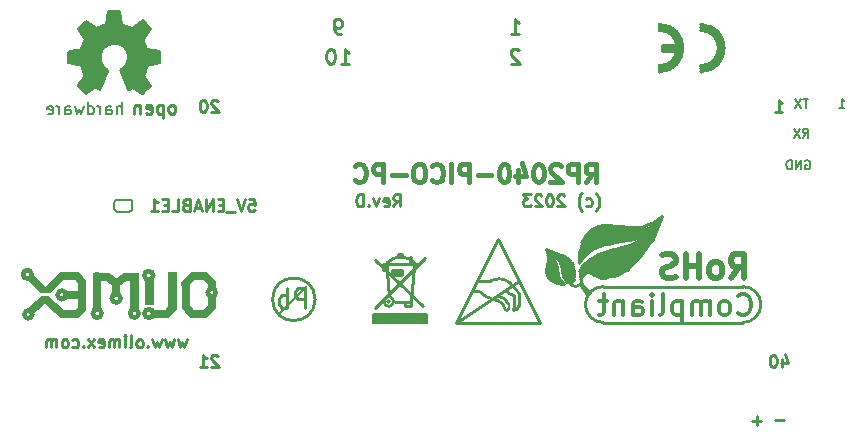
<source format=gbr>
G04 #@! TF.GenerationSoftware,KiCad,Pcbnew,5.1.0-rc2-unknown-036be7d~80~ubuntu16.04.1*
G04 #@! TF.CreationDate,2023-11-01T16:14:12+02:00*
G04 #@! TF.ProjectId,RP2040-PICO-PC_rev_D,52503230-3430-42d5-9049-434f2d50435f,D*
G04 #@! TF.SameCoordinates,Original*
G04 #@! TF.FileFunction,Legend,Bot*
G04 #@! TF.FilePolarity,Positive*
%FSLAX46Y46*%
G04 Gerber Fmt 4.6, Leading zero omitted, Abs format (unit mm)*
G04 Created by KiCad (PCBNEW 5.1.0-rc2-unknown-036be7d~80~ubuntu16.04.1) date 2023-11-01 16:14:12*
%MOMM*%
%LPD*%
G04 APERTURE LIST*
%ADD10C,0.381000*%
%ADD11C,0.254000*%
%ADD12C,0.300000*%
%ADD13C,0.150000*%
%ADD14C,0.152400*%
%ADD15C,0.100000*%
%ADD16C,0.700000*%
%ADD17C,0.400000*%
%ADD18C,0.500000*%
%ADD19C,0.508000*%
%ADD20C,0.127000*%
%ADD21C,0.200000*%
%ADD22C,1.000000*%
%ADD23C,0.370000*%
%ADD24C,0.380000*%
%ADD25C,0.420000*%
%ADD26C,0.190500*%
%ADD27C,0.350000*%
%ADD28C,0.180000*%
G04 APERTURE END LIST*
D10*
X167785142Y-118037428D02*
X168293142Y-117311714D01*
X168656000Y-118037428D02*
X168656000Y-116513428D01*
X168075428Y-116513428D01*
X167930285Y-116586000D01*
X167857714Y-116658571D01*
X167785142Y-116803714D01*
X167785142Y-117021428D01*
X167857714Y-117166571D01*
X167930285Y-117239142D01*
X168075428Y-117311714D01*
X168656000Y-117311714D01*
X167132000Y-118037428D02*
X167132000Y-116513428D01*
X166551428Y-116513428D01*
X166406285Y-116586000D01*
X166333714Y-116658571D01*
X166261142Y-116803714D01*
X166261142Y-117021428D01*
X166333714Y-117166571D01*
X166406285Y-117239142D01*
X166551428Y-117311714D01*
X167132000Y-117311714D01*
X165680571Y-116658571D02*
X165608000Y-116586000D01*
X165462857Y-116513428D01*
X165100000Y-116513428D01*
X164954857Y-116586000D01*
X164882285Y-116658571D01*
X164809714Y-116803714D01*
X164809714Y-116948857D01*
X164882285Y-117166571D01*
X165753142Y-118037428D01*
X164809714Y-118037428D01*
X163866285Y-116513428D02*
X163721142Y-116513428D01*
X163576000Y-116586000D01*
X163503428Y-116658571D01*
X163430857Y-116803714D01*
X163358285Y-117094000D01*
X163358285Y-117456857D01*
X163430857Y-117747142D01*
X163503428Y-117892285D01*
X163576000Y-117964857D01*
X163721142Y-118037428D01*
X163866285Y-118037428D01*
X164011428Y-117964857D01*
X164084000Y-117892285D01*
X164156571Y-117747142D01*
X164229142Y-117456857D01*
X164229142Y-117094000D01*
X164156571Y-116803714D01*
X164084000Y-116658571D01*
X164011428Y-116586000D01*
X163866285Y-116513428D01*
X162052000Y-117021428D02*
X162052000Y-118037428D01*
X162414857Y-116440857D02*
X162777714Y-117529428D01*
X161834285Y-117529428D01*
X160963428Y-116513428D02*
X160818285Y-116513428D01*
X160673142Y-116586000D01*
X160600571Y-116658571D01*
X160528000Y-116803714D01*
X160455428Y-117094000D01*
X160455428Y-117456857D01*
X160528000Y-117747142D01*
X160600571Y-117892285D01*
X160673142Y-117964857D01*
X160818285Y-118037428D01*
X160963428Y-118037428D01*
X161108571Y-117964857D01*
X161181142Y-117892285D01*
X161253714Y-117747142D01*
X161326285Y-117456857D01*
X161326285Y-117094000D01*
X161253714Y-116803714D01*
X161181142Y-116658571D01*
X161108571Y-116586000D01*
X160963428Y-116513428D01*
X159802285Y-117456857D02*
X158641142Y-117456857D01*
X157915428Y-118037428D02*
X157915428Y-116513428D01*
X157334857Y-116513428D01*
X157189714Y-116586000D01*
X157117142Y-116658571D01*
X157044571Y-116803714D01*
X157044571Y-117021428D01*
X157117142Y-117166571D01*
X157189714Y-117239142D01*
X157334857Y-117311714D01*
X157915428Y-117311714D01*
X156391428Y-118037428D02*
X156391428Y-116513428D01*
X154794857Y-117892285D02*
X154867428Y-117964857D01*
X155085142Y-118037428D01*
X155230285Y-118037428D01*
X155448000Y-117964857D01*
X155593142Y-117819714D01*
X155665714Y-117674571D01*
X155738285Y-117384285D01*
X155738285Y-117166571D01*
X155665714Y-116876285D01*
X155593142Y-116731142D01*
X155448000Y-116586000D01*
X155230285Y-116513428D01*
X155085142Y-116513428D01*
X154867428Y-116586000D01*
X154794857Y-116658571D01*
X153851428Y-116513428D02*
X153561142Y-116513428D01*
X153416000Y-116586000D01*
X153270857Y-116731142D01*
X153198285Y-117021428D01*
X153198285Y-117529428D01*
X153270857Y-117819714D01*
X153416000Y-117964857D01*
X153561142Y-118037428D01*
X153851428Y-118037428D01*
X153996571Y-117964857D01*
X154141714Y-117819714D01*
X154214285Y-117529428D01*
X154214285Y-117021428D01*
X154141714Y-116731142D01*
X153996571Y-116586000D01*
X153851428Y-116513428D01*
X152545142Y-117456857D02*
X151384000Y-117456857D01*
X150658285Y-118037428D02*
X150658285Y-116513428D01*
X150077714Y-116513428D01*
X149932571Y-116586000D01*
X149860000Y-116658571D01*
X149787428Y-116803714D01*
X149787428Y-117021428D01*
X149860000Y-117166571D01*
X149932571Y-117239142D01*
X150077714Y-117311714D01*
X150658285Y-117311714D01*
X148263428Y-117892285D02*
X148336000Y-117964857D01*
X148553714Y-118037428D01*
X148698857Y-118037428D01*
X148916571Y-117964857D01*
X149061714Y-117819714D01*
X149134285Y-117674571D01*
X149206857Y-117384285D01*
X149206857Y-117166571D01*
X149134285Y-116876285D01*
X149061714Y-116731142D01*
X148916571Y-116586000D01*
X148698857Y-116513428D01*
X148553714Y-116513428D01*
X148336000Y-116586000D01*
X148263428Y-116658571D01*
D11*
X168637857Y-120480666D02*
X168686238Y-120432285D01*
X168783000Y-120287142D01*
X168831380Y-120190380D01*
X168879761Y-120045238D01*
X168928142Y-119803333D01*
X168928142Y-119609809D01*
X168879761Y-119367904D01*
X168831380Y-119222761D01*
X168783000Y-119126000D01*
X168686238Y-118980857D01*
X168637857Y-118932476D01*
X167815380Y-120045238D02*
X167912142Y-120093619D01*
X168105666Y-120093619D01*
X168202428Y-120045238D01*
X168250809Y-119996857D01*
X168299190Y-119900095D01*
X168299190Y-119609809D01*
X168250809Y-119513047D01*
X168202428Y-119464666D01*
X168105666Y-119416285D01*
X167912142Y-119416285D01*
X167815380Y-119464666D01*
X167476714Y-120480666D02*
X167428333Y-120432285D01*
X167331571Y-120287142D01*
X167283190Y-120190380D01*
X167234809Y-120045238D01*
X167186428Y-119803333D01*
X167186428Y-119609809D01*
X167234809Y-119367904D01*
X167283190Y-119222761D01*
X167331571Y-119126000D01*
X167428333Y-118980857D01*
X167476714Y-118932476D01*
X165976904Y-119174380D02*
X165928523Y-119126000D01*
X165831761Y-119077619D01*
X165589857Y-119077619D01*
X165493095Y-119126000D01*
X165444714Y-119174380D01*
X165396333Y-119271142D01*
X165396333Y-119367904D01*
X165444714Y-119513047D01*
X166025285Y-120093619D01*
X165396333Y-120093619D01*
X164767380Y-119077619D02*
X164670619Y-119077619D01*
X164573857Y-119126000D01*
X164525476Y-119174380D01*
X164477095Y-119271142D01*
X164428714Y-119464666D01*
X164428714Y-119706571D01*
X164477095Y-119900095D01*
X164525476Y-119996857D01*
X164573857Y-120045238D01*
X164670619Y-120093619D01*
X164767380Y-120093619D01*
X164864142Y-120045238D01*
X164912523Y-119996857D01*
X164960904Y-119900095D01*
X165009285Y-119706571D01*
X165009285Y-119464666D01*
X164960904Y-119271142D01*
X164912523Y-119174380D01*
X164864142Y-119126000D01*
X164767380Y-119077619D01*
X164041666Y-119174380D02*
X163993285Y-119126000D01*
X163896523Y-119077619D01*
X163654619Y-119077619D01*
X163557857Y-119126000D01*
X163509476Y-119174380D01*
X163461095Y-119271142D01*
X163461095Y-119367904D01*
X163509476Y-119513047D01*
X164090047Y-120093619D01*
X163461095Y-120093619D01*
X163122428Y-119077619D02*
X162493476Y-119077619D01*
X162832142Y-119464666D01*
X162687000Y-119464666D01*
X162590238Y-119513047D01*
X162541857Y-119561428D01*
X162493476Y-119658190D01*
X162493476Y-119900095D01*
X162541857Y-119996857D01*
X162590238Y-120045238D01*
X162687000Y-120093619D01*
X162977285Y-120093619D01*
X163074047Y-120045238D01*
X163122428Y-119996857D01*
X151498904Y-120093619D02*
X151837571Y-119609809D01*
X152079476Y-120093619D02*
X152079476Y-119077619D01*
X151692428Y-119077619D01*
X151595666Y-119126000D01*
X151547285Y-119174380D01*
X151498904Y-119271142D01*
X151498904Y-119416285D01*
X151547285Y-119513047D01*
X151595666Y-119561428D01*
X151692428Y-119609809D01*
X152079476Y-119609809D01*
X150676428Y-120045238D02*
X150773190Y-120093619D01*
X150966714Y-120093619D01*
X151063476Y-120045238D01*
X151111857Y-119948476D01*
X151111857Y-119561428D01*
X151063476Y-119464666D01*
X150966714Y-119416285D01*
X150773190Y-119416285D01*
X150676428Y-119464666D01*
X150628047Y-119561428D01*
X150628047Y-119658190D01*
X151111857Y-119754952D01*
X150289380Y-119416285D02*
X150047476Y-120093619D01*
X149805571Y-119416285D01*
X149418523Y-119996857D02*
X149370142Y-120045238D01*
X149418523Y-120093619D01*
X149466904Y-120045238D01*
X149418523Y-119996857D01*
X149418523Y-120093619D01*
X148934714Y-120093619D02*
X148934714Y-119077619D01*
X148692809Y-119077619D01*
X148547666Y-119126000D01*
X148450904Y-119222761D01*
X148402523Y-119319523D01*
X148354142Y-119513047D01*
X148354142Y-119658190D01*
X148402523Y-119851714D01*
X148450904Y-119948476D01*
X148547666Y-120045238D01*
X148692809Y-120093619D01*
X148934714Y-120093619D01*
X134015238Y-131354285D02*
X133821714Y-132031619D01*
X133628190Y-131547809D01*
X133434666Y-132031619D01*
X133241142Y-131354285D01*
X132950857Y-131354285D02*
X132757333Y-132031619D01*
X132563809Y-131547809D01*
X132370285Y-132031619D01*
X132176761Y-131354285D01*
X131886476Y-131354285D02*
X131692952Y-132031619D01*
X131499428Y-131547809D01*
X131305904Y-132031619D01*
X131112380Y-131354285D01*
X130725333Y-131934857D02*
X130676952Y-131983238D01*
X130725333Y-132031619D01*
X130773714Y-131983238D01*
X130725333Y-131934857D01*
X130725333Y-132031619D01*
X130096380Y-132031619D02*
X130193142Y-131983238D01*
X130241523Y-131934857D01*
X130289904Y-131838095D01*
X130289904Y-131547809D01*
X130241523Y-131451047D01*
X130193142Y-131402666D01*
X130096380Y-131354285D01*
X129951238Y-131354285D01*
X129854476Y-131402666D01*
X129806095Y-131451047D01*
X129757714Y-131547809D01*
X129757714Y-131838095D01*
X129806095Y-131934857D01*
X129854476Y-131983238D01*
X129951238Y-132031619D01*
X130096380Y-132031619D01*
X129177142Y-132031619D02*
X129273904Y-131983238D01*
X129322285Y-131886476D01*
X129322285Y-131015619D01*
X128790095Y-132031619D02*
X128790095Y-131354285D01*
X128790095Y-131015619D02*
X128838476Y-131064000D01*
X128790095Y-131112380D01*
X128741714Y-131064000D01*
X128790095Y-131015619D01*
X128790095Y-131112380D01*
X128306285Y-132031619D02*
X128306285Y-131354285D01*
X128306285Y-131451047D02*
X128257904Y-131402666D01*
X128161142Y-131354285D01*
X128016000Y-131354285D01*
X127919238Y-131402666D01*
X127870857Y-131499428D01*
X127870857Y-132031619D01*
X127870857Y-131499428D02*
X127822476Y-131402666D01*
X127725714Y-131354285D01*
X127580571Y-131354285D01*
X127483809Y-131402666D01*
X127435428Y-131499428D01*
X127435428Y-132031619D01*
X126564571Y-131983238D02*
X126661333Y-132031619D01*
X126854857Y-132031619D01*
X126951619Y-131983238D01*
X127000000Y-131886476D01*
X127000000Y-131499428D01*
X126951619Y-131402666D01*
X126854857Y-131354285D01*
X126661333Y-131354285D01*
X126564571Y-131402666D01*
X126516190Y-131499428D01*
X126516190Y-131596190D01*
X127000000Y-131692952D01*
X126177523Y-132031619D02*
X125645333Y-131354285D01*
X126177523Y-131354285D02*
X125645333Y-132031619D01*
X125258285Y-131934857D02*
X125209904Y-131983238D01*
X125258285Y-132031619D01*
X125306666Y-131983238D01*
X125258285Y-131934857D01*
X125258285Y-132031619D01*
X124339047Y-131983238D02*
X124435809Y-132031619D01*
X124629333Y-132031619D01*
X124726095Y-131983238D01*
X124774476Y-131934857D01*
X124822857Y-131838095D01*
X124822857Y-131547809D01*
X124774476Y-131451047D01*
X124726095Y-131402666D01*
X124629333Y-131354285D01*
X124435809Y-131354285D01*
X124339047Y-131402666D01*
X123758476Y-132031619D02*
X123855238Y-131983238D01*
X123903619Y-131934857D01*
X123952000Y-131838095D01*
X123952000Y-131547809D01*
X123903619Y-131451047D01*
X123855238Y-131402666D01*
X123758476Y-131354285D01*
X123613333Y-131354285D01*
X123516571Y-131402666D01*
X123468190Y-131451047D01*
X123419809Y-131547809D01*
X123419809Y-131838095D01*
X123468190Y-131934857D01*
X123516571Y-131983238D01*
X123613333Y-132031619D01*
X123758476Y-132031619D01*
X122984380Y-132031619D02*
X122984380Y-131354285D01*
X122984380Y-131451047D02*
X122936000Y-131402666D01*
X122839238Y-131354285D01*
X122694095Y-131354285D01*
X122597333Y-131402666D01*
X122548952Y-131499428D01*
X122548952Y-132031619D01*
X122548952Y-131499428D02*
X122500571Y-131402666D01*
X122403809Y-131354285D01*
X122258666Y-131354285D01*
X122161904Y-131402666D01*
X122113523Y-131499428D01*
X122113523Y-132031619D01*
X174268000Y-106680000D02*
X175518000Y-106680000D01*
X174268000Y-106930000D02*
X175518000Y-106930000D01*
X174268000Y-106430000D02*
X174268000Y-106930000D01*
X175518000Y-106430000D02*
X174268000Y-106430000D01*
X174018000Y-104680000D02*
X174018000Y-105180000D01*
X174018000Y-108680000D02*
G75*
G03X174018000Y-104680000I0J2000000D01*
G01*
X174018000Y-108180000D02*
X174018000Y-108680000D01*
D12*
X174067980Y-108430000D02*
G75*
G03X174068000Y-104930000I-49980J1750000D01*
G01*
D11*
X174018000Y-108180000D02*
G75*
G03X174018000Y-105180000I0J1500000D01*
G01*
D12*
X177567980Y-108430000D02*
G75*
G03X177568000Y-104930000I-49980J1750000D01*
G01*
D11*
X177518000Y-108180000D02*
X177518000Y-108680000D01*
X177518000Y-104680000D02*
X177518000Y-105180000D01*
X177518000Y-108680000D02*
G75*
G03X177518000Y-104680000I0J2000000D01*
G01*
X177518000Y-108180000D02*
G75*
G03X177518000Y-105180000I0J1500000D01*
G01*
X160401000Y-122809000D02*
X163957000Y-129921000D01*
X163957000Y-129921000D02*
X156845000Y-129921000D01*
X156845000Y-129921000D02*
X158178500Y-127254000D01*
X158178500Y-127254000D02*
X158623000Y-126365000D01*
X158623000Y-126365000D02*
X160401000Y-122809000D01*
X162179000Y-126428500D02*
X156845000Y-129921000D01*
X159804100Y-126365000D02*
X158623000Y-126365000D01*
X158178500Y-127254000D02*
X158496000Y-127254000D01*
X161163000Y-128841500D02*
X161010600Y-128841500D01*
X162115500Y-127444500D02*
X162115500Y-128524000D01*
X161671000Y-128841500D02*
X161671000Y-128714500D01*
X161734500Y-128651000D02*
X161734500Y-127635000D01*
X161734500Y-128651000D02*
X161798000Y-128651000D01*
X161798000Y-128651000D02*
G75*
G02X161925000Y-128778000I0J-127000D01*
G01*
X161671000Y-128714500D02*
G75*
G02X161734500Y-128651000I63500J0D01*
G01*
X161732071Y-128907545D02*
G75*
G02X161671000Y-128841500I2429J63505D01*
G01*
X162115500Y-128524000D02*
G75*
G02X161734500Y-128905000I-381000J0D01*
G01*
X161926048Y-127128575D02*
G75*
G02X162115500Y-127444500I-168688J-315925D01*
G01*
X161923549Y-127127142D02*
G75*
G02X161607500Y-126809500I478971J792622D01*
G01*
X161732935Y-127636845D02*
G75*
G02X161036000Y-127190500I153965J1007685D01*
G01*
X161289068Y-128397674D02*
G75*
G02X161290000Y-128714500I-316568J-159346D01*
G01*
X161289967Y-128714600D02*
G75*
G02X161163000Y-128841500I-190467J63600D01*
G01*
X159961275Y-127953493D02*
G75*
G02X160401000Y-128079500I-825195J-3709947D01*
G01*
X160400915Y-128080965D02*
G75*
G02X160972500Y-128841500I-284395J-808795D01*
G01*
X160338708Y-127636166D02*
G75*
G02X161290000Y-128397000I-285688J-1332334D01*
G01*
X159826461Y-127890576D02*
G75*
G02X159004000Y-127444500I147819J1253796D01*
G01*
X158495301Y-127254474D02*
G75*
G02X159004000Y-127444500I64199J-604046D01*
G01*
X160019915Y-126303114D02*
G75*
G02X159804100Y-126365000I-182795J230214D01*
G01*
X160020721Y-126301678D02*
G75*
G02X161607500Y-126809500I466639J-1274902D01*
G01*
D13*
X129159000Y-120523000D02*
X128143000Y-120523000D01*
X129413000Y-119761000D02*
X129413000Y-120269000D01*
X128143000Y-119507000D02*
X129159000Y-119507000D01*
X127889000Y-120269000D02*
X127889000Y-119761000D01*
D14*
X128143000Y-120523000D02*
G75*
G02X127889000Y-120269000I0J254000D01*
G01*
X129413000Y-120269000D02*
G75*
G02X129159000Y-120523000I-254000J0D01*
G01*
X129159000Y-119507000D02*
G75*
G02X129413000Y-119761000I0J-254000D01*
G01*
X127889000Y-119761000D02*
G75*
G02X128143000Y-119507000I254000J0D01*
G01*
D15*
X124726700Y-125679200D02*
X123355100Y-125679200D01*
X123355100Y-125679200D02*
X123304300Y-125679200D01*
X123304300Y-125679200D02*
X122047000Y-126923800D01*
X126250700Y-125793500D02*
X126149100Y-125793500D01*
X126098300Y-125730000D02*
X126098300Y-125717300D01*
X126098300Y-125717300D02*
X127393700Y-125717300D01*
X127393700Y-125717300D02*
X127419100Y-125717300D01*
X127419100Y-125717300D02*
X128041400Y-126212600D01*
X126098300Y-128739900D02*
X126098300Y-125730000D01*
X129755900Y-125780800D02*
X129832100Y-125780800D01*
X129908300Y-125717300D02*
X128663700Y-125717300D01*
X128663700Y-125717300D02*
X128079500Y-126199900D01*
X129908300Y-128714500D02*
X129908300Y-125730000D01*
X130644900Y-128308100D02*
X130556000Y-128308100D01*
X130987800Y-128308100D02*
X131051300Y-128308100D01*
X131127500Y-128371600D02*
X130517900Y-128371600D01*
X130517900Y-128371600D02*
X130492500Y-128371600D01*
X130492500Y-128371600D02*
X130492500Y-126352300D01*
X131127500Y-126352300D02*
X131127500Y-128371600D01*
X132626100Y-125742700D02*
X132511800Y-125742700D01*
X132753100Y-125666500D02*
X132448300Y-125666500D01*
X132448300Y-125666500D02*
X132448300Y-128701800D01*
X132930900Y-125755400D02*
X132994400Y-125742700D01*
X133045200Y-125666500D02*
X133057900Y-125666500D01*
X133057900Y-125666500D02*
X133070600Y-125666500D01*
X133070600Y-125666500D02*
X133070600Y-128816100D01*
X132765800Y-125666500D02*
X133045200Y-125666500D01*
D16*
X132765800Y-128739900D02*
X132765800Y-126009400D01*
X126428500Y-126022100D02*
X126428500Y-128625600D01*
X134543800Y-126009400D02*
X135547100Y-126009400D01*
X133921500Y-126619000D02*
X133921500Y-128549400D01*
X136144000Y-126657100D02*
X136144000Y-126898400D01*
X136144000Y-128625600D02*
X135559800Y-129197100D01*
X136131300Y-128638300D02*
X136131300Y-127876300D01*
X135572500Y-129197100D02*
X134531100Y-129197100D01*
D17*
X123803659Y-127584200D02*
G75*
G03X123803659Y-127584200I-359659J0D01*
G01*
D16*
X123952000Y-127584200D02*
X125171200Y-127584200D01*
D17*
X120869735Y-125844300D02*
G75*
G03X120869735Y-125844300I-359435J0D01*
G01*
D16*
X120878600Y-126199900D02*
X121742200Y-127093600D01*
D18*
X122301000Y-127190500D02*
X121742200Y-127190500D01*
D16*
X123418600Y-126009400D02*
X122326400Y-127076200D01*
X124640500Y-126009400D02*
X123418600Y-126009400D01*
X125171200Y-126492000D02*
X124688600Y-125984000D01*
X125171200Y-126517400D02*
X125171200Y-128752600D01*
X125171200Y-128752600D02*
X124739400Y-129184400D01*
X124739400Y-129184400D02*
X123418600Y-129184400D01*
X123418600Y-129184400D02*
X122275600Y-128066800D01*
D18*
X122275600Y-127965200D02*
X121742200Y-127965200D01*
D16*
X120929400Y-128879600D02*
X121767600Y-128066800D01*
D17*
X120928666Y-129235200D02*
G75*
G03X120928666Y-129235200I-329466J0D01*
G01*
X126791729Y-129146300D02*
G75*
G03X126791729Y-129146300I-363229J0D01*
G01*
D16*
X127330200Y-126034800D02*
X126441200Y-126034800D01*
D17*
X128412318Y-127863600D02*
G75*
G03X128412318Y-127863600I-370918J0D01*
G01*
D16*
X127965200Y-126542800D02*
X127330200Y-126034800D01*
X128041400Y-127330200D02*
X128041400Y-126619000D01*
X128752600Y-126034800D02*
X128143000Y-126542800D01*
X129590800Y-126034800D02*
X128752600Y-126034800D01*
X129590800Y-128625600D02*
X129590800Y-126034800D01*
D17*
X129937759Y-129133600D02*
G75*
G03X129937759Y-129133600I-359659J0D01*
G01*
X131170818Y-125933200D02*
G75*
G03X131170818Y-125933200I-373518J0D01*
G01*
D16*
X130810000Y-126466600D02*
X130810000Y-128066800D01*
D17*
X131176324Y-129159000D02*
G75*
G03X131176324Y-129159000I-366324J0D01*
G01*
D16*
X131322800Y-129184400D02*
X132308600Y-129184400D01*
X132308600Y-129184400D02*
X132765800Y-128727200D01*
X133934200Y-128587500D02*
X134493000Y-129171700D01*
X134543800Y-126022100D02*
X133908800Y-126631700D01*
X136144000Y-126606300D02*
X135636000Y-126098300D01*
D17*
X136468747Y-127381000D02*
G75*
G03X136468747Y-127381000I-337447J0D01*
G01*
D11*
X169291000Y-126873000D02*
X181102000Y-126873000D01*
X181102000Y-129921000D02*
X169291000Y-129921000D01*
X168435020Y-125890020D02*
X168381680Y-125836680D01*
X167662860Y-125836680D02*
X167386000Y-126111000D01*
X174244000Y-120904000D02*
X173377860Y-123019820D01*
X171394120Y-125407420D02*
X171358560Y-125442980D01*
X169489120Y-126111000D02*
X168973500Y-126111000D01*
X174244000Y-120904000D02*
X173382940Y-121523760D01*
X171665900Y-121861580D02*
X169517060Y-121666000D01*
X167467280Y-123182380D02*
X167319960Y-123781820D01*
X167261540Y-124460000D02*
X167261540Y-124841000D01*
X167363140Y-126065280D02*
X167386000Y-126111000D01*
X168021000Y-127381000D02*
X167835580Y-127195580D01*
X172849540Y-122555000D02*
X172567600Y-122902980D01*
X170540680Y-123654820D02*
X170230800Y-123715780D01*
X167675560Y-124985780D02*
X167505380Y-125173740D01*
X167261540Y-124841000D02*
X167264080Y-124838460D01*
X168320720Y-123766580D02*
X168328340Y-123761500D01*
X169595800Y-123258580D02*
X170113960Y-123184920D01*
X171462700Y-122969020D02*
X172849540Y-122555000D01*
X168021000Y-127508000D02*
X167513000Y-126746000D01*
X167386000Y-126283720D02*
X167386000Y-126238000D01*
X168148000Y-127381000D02*
X167657780Y-126890780D01*
X167386000Y-126619000D02*
X167281860Y-126725680D01*
X166631620Y-126753620D02*
X166497000Y-126619000D01*
X166497000Y-126619000D02*
X166794180Y-126199900D01*
X166677340Y-124998480D02*
X166624000Y-124904500D01*
X165902640Y-124259340D02*
X165481000Y-124079000D01*
X165481000Y-124079000D02*
X164465000Y-123698000D01*
X164465000Y-123698000D02*
X164599620Y-124236480D01*
X164779960Y-126298960D02*
X164802820Y-126321820D01*
X165582600Y-126619000D02*
X165938200Y-126619000D01*
X166484300Y-126619000D02*
X166497000Y-126619000D01*
X165404800Y-125427740D02*
X165430200Y-125818900D01*
X173863000Y-121412000D02*
X172849540Y-122049540D01*
D19*
X172849540Y-122049540D02*
X171704000Y-122049540D01*
X171704000Y-122049540D02*
X170688000Y-121920000D01*
X170688000Y-121920000D02*
X169037000Y-121920000D01*
X169037000Y-121920000D02*
X168402000Y-122301000D01*
X168402000Y-122301000D02*
X167894000Y-122809000D01*
X167894000Y-122809000D02*
X167640000Y-123317000D01*
X167640000Y-123317000D02*
X167513000Y-124333000D01*
X167513000Y-124333000D02*
X168021000Y-123698000D01*
X168021000Y-123698000D02*
X168656000Y-123317000D01*
X168656000Y-123317000D02*
X168402000Y-122809000D01*
X168402000Y-122809000D02*
X168021000Y-123317000D01*
X168783000Y-123317000D02*
X169418000Y-122936000D01*
X169418000Y-122936000D02*
X169926000Y-122936000D01*
X169926000Y-122936000D02*
X170053000Y-122936000D01*
X170053000Y-122936000D02*
X171196000Y-122809000D01*
X171196000Y-122809000D02*
X172466000Y-122428000D01*
X172466000Y-122428000D02*
X172974000Y-122301000D01*
X172974000Y-122301000D02*
X168402000Y-122301000D01*
X168402000Y-122301000D02*
X168402000Y-122555000D01*
X168402000Y-122809000D02*
X168402000Y-122555000D01*
X168402000Y-122555000D02*
X173355000Y-122478800D01*
X168275000Y-122936000D02*
X169926000Y-122936000D01*
X173863000Y-121412000D02*
X173355000Y-122301000D01*
X173355000Y-122301000D02*
X173228000Y-122809000D01*
X173228000Y-122809000D02*
X172849540Y-123317000D01*
X172849540Y-123317000D02*
X172849540Y-122936000D01*
X172849540Y-122936000D02*
X173228000Y-122049540D01*
X172720000Y-123444000D02*
X172339000Y-123952000D01*
X172339000Y-123952000D02*
X172085000Y-124333000D01*
X172085000Y-124333000D02*
X171196000Y-125222000D01*
X171196000Y-125222000D02*
X170688000Y-125603000D01*
X170688000Y-125603000D02*
X169799000Y-125857000D01*
X169799000Y-125857000D02*
X168910000Y-125857000D01*
X168910000Y-125857000D02*
X168148000Y-125349000D01*
X168148000Y-125349000D02*
X167767000Y-125476000D01*
X167767000Y-125476000D02*
X167513000Y-125730000D01*
X167513000Y-125730000D02*
X167767000Y-125222000D01*
X167767000Y-125222000D02*
X168275000Y-124714000D01*
X168275000Y-124714000D02*
X168960800Y-124307600D01*
X168960800Y-124307600D02*
X170357800Y-123825000D01*
X170357800Y-123825000D02*
X170967400Y-123825000D01*
X170967400Y-123825000D02*
X171704000Y-123571000D01*
X171704000Y-123571000D02*
X172466000Y-123190000D01*
X172339000Y-123571000D02*
X171577000Y-124206000D01*
X171577000Y-124206000D02*
X171450000Y-124079000D01*
X171450000Y-124079000D02*
X171323000Y-124079000D01*
X171323000Y-124079000D02*
X170180000Y-124206000D01*
X170180000Y-124206000D02*
X169164000Y-124460000D01*
X169164000Y-124460000D02*
X168529000Y-124968000D01*
X168529000Y-124968000D02*
X168402000Y-125095000D01*
X168402000Y-125095000D02*
X168529000Y-125349000D01*
X168529000Y-125349000D02*
X168783000Y-125349000D01*
X168783000Y-125349000D02*
X169164000Y-125476000D01*
X169164000Y-125476000D02*
X169799000Y-125476000D01*
X169799000Y-125476000D02*
X170180000Y-125349000D01*
X170180000Y-125349000D02*
X170688000Y-125222000D01*
X170688000Y-125222000D02*
X171323000Y-124714000D01*
X171323000Y-124714000D02*
X171450000Y-124587000D01*
X171450000Y-124587000D02*
X171323000Y-124460000D01*
X171323000Y-124460000D02*
X170815000Y-124460000D01*
X170815000Y-124460000D02*
X169799000Y-124714000D01*
X169799000Y-124714000D02*
X169545000Y-124714000D01*
X169545000Y-124714000D02*
X169037000Y-124968000D01*
X169037000Y-124968000D02*
X169037000Y-125095000D01*
X169037000Y-125095000D02*
X169164000Y-125222000D01*
X169164000Y-125222000D02*
X169545000Y-125095000D01*
X169545000Y-125095000D02*
X170815000Y-124841000D01*
D11*
X166194740Y-126494540D02*
X166222680Y-126522480D01*
X165811200Y-125425200D02*
X165811200Y-125417580D01*
X166751000Y-125879860D02*
X166751000Y-125857000D01*
X166751000Y-125857000D02*
X166751000Y-125603000D01*
X166751000Y-125603000D02*
X166624000Y-125603000D01*
X166624000Y-125603000D02*
X166497000Y-125603000D01*
X166497000Y-125603000D02*
X166497000Y-126238000D01*
X166624000Y-125603000D02*
X166624000Y-125730000D01*
X166624000Y-125730000D02*
X166624000Y-126111000D01*
X166624000Y-126111000D02*
X166624000Y-126238000D01*
X166624000Y-126238000D02*
X166624000Y-126365000D01*
X166497000Y-125603000D02*
X166116000Y-125603000D01*
X166116000Y-125603000D02*
X165862000Y-125603000D01*
X165862000Y-125603000D02*
X166370000Y-126492000D01*
X166116000Y-125603000D02*
X166116000Y-126111000D01*
X166624000Y-125730000D02*
X165989000Y-125730000D01*
X166751000Y-125857000D02*
X165989000Y-125857000D01*
X166751000Y-125984000D02*
X165989000Y-125984000D01*
X166624000Y-126111000D02*
X165989000Y-126111000D01*
X166624000Y-126238000D02*
X166116000Y-126238000D01*
X165862000Y-125476000D02*
X166751000Y-125476000D01*
X165862000Y-125349000D02*
X166751000Y-125349000D01*
X165862000Y-125222000D02*
X166624000Y-125222000D01*
X165862000Y-125095000D02*
X166624000Y-125095000D01*
X165735000Y-124968000D02*
X166624000Y-124968000D01*
X165735000Y-124841000D02*
X166497000Y-124841000D01*
X165608000Y-124714000D02*
X166370000Y-124714000D01*
X165608000Y-124587000D02*
X166243000Y-124587000D01*
X165481000Y-124460000D02*
X165989000Y-124460000D01*
X164719000Y-124333000D02*
X164846000Y-124333000D01*
X164846000Y-124333000D02*
X164973000Y-124333000D01*
X164973000Y-124333000D02*
X165862000Y-124333000D01*
X165481000Y-124206000D02*
X164719000Y-124206000D01*
X165227000Y-124079000D02*
X164592000Y-124079000D01*
X165100000Y-123952000D02*
X164592000Y-123952000D01*
X164973000Y-124333000D02*
X164973000Y-124841000D01*
X164846000Y-124333000D02*
X164846000Y-124841000D01*
X165227000Y-124841000D02*
X164719000Y-124841000D01*
X165227000Y-124968000D02*
X164719000Y-124968000D01*
X165354000Y-125095000D02*
X164719000Y-125095000D01*
X165354000Y-125222000D02*
X164592000Y-125222000D01*
X165354000Y-125349000D02*
X164592000Y-125349000D01*
X165354000Y-125476000D02*
X164592000Y-125476000D01*
X165354000Y-125603000D02*
X164592000Y-125603000D01*
X165354000Y-125730000D02*
X164592000Y-125730000D01*
X165354000Y-125857000D02*
X164592000Y-125857000D01*
X165430200Y-125984000D02*
X164592000Y-125984000D01*
X165481000Y-126111000D02*
X164719000Y-126111000D01*
X165481000Y-126238000D02*
X164846000Y-126238000D01*
X165608000Y-126365000D02*
X164973000Y-126365000D01*
X165735000Y-126492000D02*
X165227000Y-126492000D01*
X166750556Y-125881371D02*
G75*
G02X166497000Y-126492000I-865696J1511D01*
G01*
X165304020Y-124386180D02*
G75*
G02X165811200Y-125417580I-991420J-1127920D01*
G01*
X166221340Y-126522046D02*
G75*
G02X165811200Y-125425200I1118940J1043506D01*
G01*
X166498788Y-126620791D02*
G75*
G02X166194740Y-126494540I752J431051D01*
G01*
X165932340Y-126614613D02*
G75*
G02X165430200Y-125818900I709440J1003993D01*
G01*
X165050795Y-124480066D02*
G75*
G02X165404800Y-125470920I-1408755J-1061974D01*
G01*
X165583927Y-126620303D02*
G75*
G02X165384480Y-126596140I-1327J824263D01*
G01*
X165382497Y-126595453D02*
G75*
G02X164802820Y-126321820I205183J1185493D01*
G01*
X164778946Y-126299974D02*
G75*
G02X164465000Y-125542040I757934J757934D01*
G01*
X164465283Y-125542487D02*
G75*
G02X164536120Y-125173740I992857J447D01*
G01*
X164600148Y-124239136D02*
G75*
G02X164536120Y-125173740I-1478808J-368184D01*
G01*
X165902000Y-124260511D02*
G75*
G02X166624000Y-124904500I-601340J-1400909D01*
G01*
X166677794Y-125000321D02*
G75*
G02X166878000Y-125755400I-1323794J-755079D01*
G01*
X166879874Y-125755901D02*
G75*
G02X166794180Y-126199900I-1195674J501D01*
G01*
X166923720Y-126874612D02*
G75*
G02X166631620Y-126753620I0J413092D01*
G01*
X167281134Y-126724954D02*
G75*
G02X166923720Y-126873000I-357414J357414D01*
G01*
X167654258Y-126890710D02*
G75*
G02X167386000Y-126238000I653762J650170D01*
G01*
X167891978Y-127508280D02*
G75*
G02X167386000Y-126283720I1228842J1224560D01*
G01*
X171456379Y-122969186D02*
G75*
G02X170113960Y-123184920I-1812319J6992786D01*
G01*
X168332130Y-123758934D02*
G75*
G02X169595800Y-123258580I2134890J-3545866D01*
G01*
X167265641Y-124836765D02*
G75*
G02X168320720Y-123766580I3831299J-2722035D01*
G01*
X167385155Y-126111069D02*
G75*
G02X167505380Y-125173740I762845J378529D01*
G01*
X167676473Y-124985156D02*
G75*
G02X170230800Y-123715780I3654147J-4148444D01*
G01*
X172567541Y-122904778D02*
G75*
G02X170540680Y-123654820I-2631381J3997218D01*
G01*
X167833549Y-127196559D02*
G75*
G02X167386000Y-126111000I1086611J1083019D01*
G01*
X167259760Y-124459243D02*
G75*
G02X167319960Y-123781820I3049780J70363D01*
G01*
X167466736Y-123178585D02*
G75*
G02X169517060Y-121666000I2144304J-760715D01*
G01*
X173380952Y-121521522D02*
G75*
G02X171665900Y-121861580I-1268012J1900222D01*
G01*
X171354933Y-125445013D02*
G75*
G02X169489120Y-126111000I-1738813J1924813D01*
G01*
X173375464Y-123025447D02*
G75*
G02X171394120Y-125407420I-8344044J4925607D01*
G01*
X167662860Y-125834140D02*
G75*
G02X168381680Y-125836680I358140J-360680D01*
G01*
X168973500Y-126113066D02*
G75*
G02X168435020Y-125890020I0J761526D01*
G01*
X169291000Y-129921000D02*
G75*
G02X167767000Y-128397000I0J1524000D01*
G01*
X182626000Y-128397000D02*
G75*
G02X181102000Y-129921000I-1524000J0D01*
G01*
X181102000Y-126873000D02*
G75*
G02X182626000Y-128397000I0J-1524000D01*
G01*
X167767000Y-128397000D02*
G75*
G02X169291000Y-126873000I1524000J0D01*
G01*
D20*
X151257000Y-128143000D02*
G75*
G03X151257000Y-128143000I-127000J0D01*
G01*
D11*
X152273000Y-124079000D02*
X152273000Y-124206000D01*
X152273000Y-124206000D02*
X151892000Y-124206000D01*
X151892000Y-124206000D02*
X151892000Y-124079000D01*
X151892000Y-124079000D02*
X152273000Y-124079000D01*
X152146000Y-125603000D02*
X151511000Y-125603000D01*
X152273000Y-125476000D02*
X151384000Y-125476000D01*
X151384000Y-125476000D02*
X151384000Y-125857000D01*
X151384000Y-125857000D02*
X152273000Y-125857000D01*
X152273000Y-125857000D02*
X152273000Y-125476000D01*
X150876000Y-125476000D02*
X150876000Y-125095000D01*
X150876000Y-125095000D02*
X150749000Y-125095000D01*
X150749000Y-125095000D02*
X150749000Y-125476000D01*
X150876000Y-125095000D02*
X150876000Y-125222000D01*
X150876000Y-124968000D02*
X150749000Y-125349000D01*
X150876000Y-125095000D02*
X150876000Y-125222000D01*
X151003000Y-124968000D02*
X151003000Y-125476000D01*
X151003000Y-125476000D02*
X150622000Y-125476000D01*
X150622000Y-125476000D02*
X150622000Y-124968000D01*
X153035000Y-124841000D02*
X153035000Y-124333000D01*
X153035000Y-124333000D02*
X152908000Y-124333000D01*
X152908000Y-124333000D02*
X152908000Y-124841000D01*
X151531609Y-128143000D02*
G75*
G03X151531609Y-128143000I-401609J0D01*
G01*
X151130000Y-127635000D02*
X151003000Y-125603000D01*
X153035000Y-128143000D02*
X153035000Y-128524000D01*
X153035000Y-128524000D02*
X152527000Y-128524000D01*
X152527000Y-128524000D02*
X152527000Y-128270000D01*
X153543000Y-124968000D02*
X150622000Y-124968000D01*
X153035000Y-128143000D02*
X153289000Y-125095000D01*
X153035000Y-128143000D02*
X151638000Y-128143000D01*
X154051000Y-128524000D02*
X149987000Y-124587000D01*
X154178000Y-124460000D02*
X149987000Y-128651000D01*
D13*
X154333200Y-129896400D02*
X149913600Y-129896400D01*
X149913600Y-129794800D02*
X154282400Y-129794800D01*
X154333200Y-129591600D02*
X149862800Y-129591600D01*
X154333200Y-129439200D02*
X149913600Y-129439200D01*
X149862800Y-129693200D02*
X154282400Y-129693200D01*
X149862800Y-129540800D02*
X154282400Y-129540800D01*
X154333200Y-129388400D02*
X149862800Y-129388400D01*
X149862800Y-129286800D02*
X154282400Y-129286800D01*
X149812000Y-129998000D02*
X154384000Y-129998000D01*
X154384000Y-129998000D02*
X154384000Y-129236000D01*
X154384000Y-129236000D02*
X149812000Y-129236000D01*
X149812000Y-129236000D02*
X149812000Y-129998000D01*
D11*
X151003000Y-124841000D02*
G75*
G02X153289000Y-124841000I1143000J-1143000D01*
G01*
D21*
X144238980Y-126791720D02*
X141805660Y-129212340D01*
D11*
X144880437Y-127955040D02*
G75*
G03X144880437Y-127955040I-1802237J0D01*
G01*
D22*
X126725680Y-108635800D02*
X126392940Y-109367320D01*
X126725680Y-108727240D02*
X125544580Y-109740700D01*
X126611380Y-108590080D02*
X125994160Y-108917740D01*
X126291340Y-108170980D02*
X125681740Y-108277660D01*
X125455680Y-107012740D02*
X126177040Y-107160060D01*
X125696980Y-106319320D02*
X126352300Y-106685080D01*
X126565660Y-105450640D02*
X126984760Y-106037380D01*
X127152400Y-105199180D02*
X127373380Y-105884980D01*
X128417320Y-105183940D02*
X128249680Y-105793540D01*
X128851660Y-105443020D02*
X128676400Y-105801160D01*
X129849880Y-106220260D02*
X129392680Y-106509820D01*
X130025140Y-106700320D02*
X129583180Y-106860340D01*
X130350260Y-107944920D02*
X129644140Y-107817920D01*
X130101340Y-108590080D02*
X129537460Y-108110020D01*
X129435860Y-109489240D02*
X129070100Y-108727240D01*
X124645420Y-107436920D02*
X126113540Y-107523280D01*
X125636020Y-105252520D02*
X126748540Y-106319320D01*
X127901700Y-104195880D02*
X127896620Y-105709720D01*
X130162300Y-105171240D02*
X129100580Y-106278680D01*
X131147820Y-107457240D02*
X129730500Y-107396280D01*
X130111500Y-109661960D02*
X129258060Y-108640880D01*
D13*
X129095500Y-108231940D02*
X128788160Y-108498640D01*
X129425700Y-105318560D02*
X128442720Y-104825800D01*
X127246380Y-108823760D02*
X127368300Y-108539280D01*
X127109220Y-108369100D02*
X127363220Y-108534200D01*
X128610360Y-108366560D02*
X128384300Y-108541820D01*
X128978660Y-108252260D02*
X128719580Y-108590080D01*
X129202180Y-108031280D02*
X129108200Y-108201460D01*
X129202180Y-108031280D02*
X129108200Y-108201460D01*
X129339340Y-107177840D02*
X129207260Y-108000800D01*
X128915160Y-106441240D02*
X129334260Y-107172760D01*
X128043940Y-106011980D02*
X128915160Y-106441240D01*
X127228600Y-106179620D02*
X128043940Y-106019600D01*
X126718060Y-106608880D02*
X127228600Y-106179620D01*
X126484380Y-107281980D02*
X126718060Y-106608880D01*
X126489460Y-107787440D02*
X126489460Y-107269280D01*
X126865380Y-108498640D02*
X126489460Y-107787440D01*
X127043180Y-108620560D02*
X126865380Y-108498640D01*
X130314700Y-104599740D02*
X129430780Y-105321100D01*
X130070860Y-105953560D02*
X130672840Y-105044240D01*
X130075940Y-105948480D02*
X130462020Y-106946700D01*
X131605020Y-107215940D02*
X130489960Y-106969560D01*
X131462780Y-107160060D02*
X131462780Y-107810300D01*
X127086360Y-108562140D02*
X126558040Y-109943900D01*
X126695200Y-110241080D02*
X127081280Y-109260640D01*
X126166880Y-109913420D02*
X126695200Y-110241080D01*
X125483620Y-110246160D02*
X126304040Y-109717840D01*
X126347220Y-109941360D02*
X125470920Y-110561120D01*
X125460760Y-110556040D02*
X124777500Y-109865160D01*
X125064520Y-109781340D02*
X125549660Y-110312200D01*
X125031500Y-108145580D02*
X125412500Y-109126020D01*
X125135640Y-108178600D02*
X124012960Y-107967780D01*
X123997720Y-106989880D02*
X124000260Y-107947460D01*
X124081540Y-107731560D02*
X125188980Y-107955080D01*
X125384560Y-105961180D02*
X125018800Y-106829860D01*
X124769880Y-105079800D02*
X125473460Y-106070400D01*
X125468380Y-104381300D02*
X124774960Y-105072180D01*
X126484380Y-105056940D02*
X125473460Y-104383840D01*
X127170180Y-104670860D02*
X126365000Y-105008680D01*
X127386080Y-103581200D02*
X127160020Y-104752140D01*
X128351280Y-103581200D02*
X127386080Y-103581200D01*
X128361440Y-103588820D02*
X128562100Y-104614980D01*
X129349500Y-104983280D02*
X128445260Y-104604820D01*
X130284220Y-104335580D02*
X129313940Y-105051860D01*
X130970020Y-105051860D02*
X130296920Y-104338120D01*
X130949700Y-105087420D02*
X130355340Y-105940860D01*
X130688080Y-106771440D02*
X130352800Y-105938320D01*
X131757420Y-106969560D02*
X130586480Y-106766360D01*
X131754880Y-106972100D02*
X131754880Y-107957620D01*
X131754880Y-107965240D02*
X130683000Y-108160820D01*
X130992880Y-109872780D02*
X130395980Y-109009180D01*
X130263900Y-110568740D02*
X130985260Y-109875320D01*
X129430780Y-109997240D02*
X130256280Y-110561120D01*
X129418080Y-110007400D02*
X129072640Y-110228380D01*
X129034540Y-110210600D02*
X128384300Y-108541820D01*
D23*
X125468380Y-110401100D02*
X124914660Y-109855000D01*
X125534420Y-108960920D02*
X124914660Y-109847380D01*
X126657100Y-110027720D02*
X127231140Y-108587540D01*
X126319280Y-109842300D02*
X126657100Y-110027720D01*
X125483620Y-110408720D02*
X126319280Y-109842300D01*
X125128020Y-108049060D02*
X125534420Y-108960920D01*
X124114560Y-107878880D02*
X125128020Y-108049060D01*
X124114560Y-107043220D02*
X124114560Y-107878880D01*
X125196600Y-106814620D02*
X124114560Y-107043220D01*
X125536960Y-105877360D02*
X125196600Y-106814620D01*
X124919740Y-105087420D02*
X125536960Y-105877360D01*
X125473460Y-104538780D02*
X124919740Y-105084880D01*
X126377700Y-105171240D02*
X125473460Y-104536800D01*
X127292100Y-104726740D02*
X126390400Y-105176320D01*
X127505460Y-103708200D02*
X127292100Y-104726740D01*
X128272540Y-103687880D02*
X127487680Y-103687880D01*
X128264920Y-103700580D02*
X128470660Y-104714040D01*
X129369820Y-105140760D02*
X128524000Y-104734360D01*
X130258820Y-104498140D02*
X129430780Y-105150920D01*
D24*
X130807460Y-105056940D02*
X130307080Y-104523540D01*
D23*
X130797300Y-105079800D02*
X130241040Y-105930700D01*
X130568700Y-106847640D02*
X130220720Y-105981500D01*
X131617720Y-107063540D02*
X130599180Y-106883200D01*
D24*
X131605020Y-107076240D02*
X131610100Y-107863640D01*
D23*
X131615180Y-107853480D02*
X130665220Y-108071920D01*
X130637280Y-108094780D02*
X130279140Y-108978700D01*
X130812540Y-109855000D02*
X130279140Y-109021880D01*
D24*
X130827780Y-109855000D02*
X130263900Y-110393480D01*
D17*
X130251200Y-110393480D02*
X129471420Y-109862620D01*
D23*
X129461260Y-109844840D02*
X129143760Y-110050580D01*
D25*
X129115820Y-110030260D02*
X128564640Y-108607860D01*
D23*
X127220980Y-108585000D02*
G75*
G02X126850140Y-106720640I746760J1117600D01*
G01*
X126839980Y-106735880D02*
G75*
G02X128765300Y-106537760I1061720J-863600D01*
G01*
X128790700Y-106563160D02*
G75*
G02X128714500Y-108417360I-965200J-889000D01*
G01*
D11*
X147053904Y-108016523D02*
X147779619Y-108016523D01*
X147416761Y-108016523D02*
X147416761Y-106746523D01*
X147537714Y-106927952D01*
X147658666Y-107048904D01*
X147779619Y-107109380D01*
X146267714Y-106746523D02*
X146146761Y-106746523D01*
X146025809Y-106807000D01*
X145965333Y-106867476D01*
X145904857Y-106988428D01*
X145844380Y-107230333D01*
X145844380Y-107532714D01*
X145904857Y-107774619D01*
X145965333Y-107895571D01*
X146025809Y-107956047D01*
X146146761Y-108016523D01*
X146267714Y-108016523D01*
X146388666Y-107956047D01*
X146449142Y-107895571D01*
X146509619Y-107774619D01*
X146570095Y-107532714D01*
X146570095Y-107230333D01*
X146509619Y-106988428D01*
X146449142Y-106867476D01*
X146388666Y-106807000D01*
X146267714Y-106746523D01*
X161435142Y-105476523D02*
X162160857Y-105476523D01*
X161798000Y-105476523D02*
X161798000Y-104206523D01*
X161918952Y-104387952D01*
X162039904Y-104508904D01*
X162160857Y-104569380D01*
X162160857Y-106867476D02*
X162100380Y-106807000D01*
X161979428Y-106746523D01*
X161677047Y-106746523D01*
X161556095Y-106807000D01*
X161495619Y-106867476D01*
X161435142Y-106988428D01*
X161435142Y-107109380D01*
X161495619Y-107290809D01*
X162221333Y-108016523D01*
X161435142Y-108016523D01*
X147053904Y-105476523D02*
X146812000Y-105476523D01*
X146691047Y-105416047D01*
X146630571Y-105355571D01*
X146509619Y-105174142D01*
X146449142Y-104932238D01*
X146449142Y-104448428D01*
X146509619Y-104327476D01*
X146570095Y-104267000D01*
X146691047Y-104206523D01*
X146932952Y-104206523D01*
X147053904Y-104267000D01*
X147114380Y-104327476D01*
X147174857Y-104448428D01*
X147174857Y-104750809D01*
X147114380Y-104871761D01*
X147053904Y-104932238D01*
X146932952Y-104992714D01*
X146691047Y-104992714D01*
X146570095Y-104932238D01*
X146509619Y-104871761D01*
X146449142Y-104750809D01*
D26*
X186381571Y-116205000D02*
X186454142Y-116168714D01*
X186563000Y-116168714D01*
X186671857Y-116205000D01*
X186744428Y-116277571D01*
X186780714Y-116350142D01*
X186817000Y-116495285D01*
X186817000Y-116604142D01*
X186780714Y-116749285D01*
X186744428Y-116821857D01*
X186671857Y-116894428D01*
X186563000Y-116930714D01*
X186490428Y-116930714D01*
X186381571Y-116894428D01*
X186345285Y-116858142D01*
X186345285Y-116604142D01*
X186490428Y-116604142D01*
X186018714Y-116930714D02*
X186018714Y-116168714D01*
X185583285Y-116930714D01*
X185583285Y-116168714D01*
X185220428Y-116930714D02*
X185220428Y-116168714D01*
X185039000Y-116168714D01*
X184930142Y-116205000D01*
X184857571Y-116277571D01*
X184821285Y-116350142D01*
X184785000Y-116495285D01*
X184785000Y-116604142D01*
X184821285Y-116749285D01*
X184857571Y-116821857D01*
X184930142Y-116894428D01*
X185039000Y-116930714D01*
X185220428Y-116930714D01*
X186182000Y-114263714D02*
X186436000Y-113900857D01*
X186617428Y-114263714D02*
X186617428Y-113501714D01*
X186327142Y-113501714D01*
X186254571Y-113538000D01*
X186218285Y-113574285D01*
X186182000Y-113646857D01*
X186182000Y-113755714D01*
X186218285Y-113828285D01*
X186254571Y-113864571D01*
X186327142Y-113900857D01*
X186617428Y-113900857D01*
X185928000Y-113501714D02*
X185420000Y-114263714D01*
X185420000Y-113501714D02*
X185928000Y-114263714D01*
X186635571Y-110961714D02*
X186200142Y-110961714D01*
X186417857Y-111723714D02*
X186417857Y-110961714D01*
X186018714Y-110961714D02*
X185510714Y-111723714D01*
X185510714Y-110961714D02*
X186018714Y-111723714D01*
X189266285Y-111723714D02*
X189701714Y-111723714D01*
X189484000Y-111723714D02*
X189484000Y-110961714D01*
X189556571Y-111070571D01*
X189629142Y-111143142D01*
X189701714Y-111179428D01*
D11*
X139252476Y-119458619D02*
X139736285Y-119458619D01*
X139784666Y-119942428D01*
X139736285Y-119894047D01*
X139639523Y-119845666D01*
X139397619Y-119845666D01*
X139300857Y-119894047D01*
X139252476Y-119942428D01*
X139204095Y-120039190D01*
X139204095Y-120281095D01*
X139252476Y-120377857D01*
X139300857Y-120426238D01*
X139397619Y-120474619D01*
X139639523Y-120474619D01*
X139736285Y-120426238D01*
X139784666Y-120377857D01*
X138913809Y-119458619D02*
X138575142Y-120474619D01*
X138236476Y-119458619D01*
X138139714Y-120571380D02*
X137365619Y-120571380D01*
X137123714Y-119942428D02*
X136785047Y-119942428D01*
X136639904Y-120474619D02*
X137123714Y-120474619D01*
X137123714Y-119458619D01*
X136639904Y-119458619D01*
X136204476Y-120474619D02*
X136204476Y-119458619D01*
X135623904Y-120474619D01*
X135623904Y-119458619D01*
X135188476Y-120184333D02*
X134704666Y-120184333D01*
X135285238Y-120474619D02*
X134946571Y-119458619D01*
X134607904Y-120474619D01*
X133930571Y-119942428D02*
X133785428Y-119990809D01*
X133737047Y-120039190D01*
X133688666Y-120135952D01*
X133688666Y-120281095D01*
X133737047Y-120377857D01*
X133785428Y-120426238D01*
X133882190Y-120474619D01*
X134269238Y-120474619D01*
X134269238Y-119458619D01*
X133930571Y-119458619D01*
X133833809Y-119507000D01*
X133785428Y-119555380D01*
X133737047Y-119652142D01*
X133737047Y-119748904D01*
X133785428Y-119845666D01*
X133833809Y-119894047D01*
X133930571Y-119942428D01*
X134269238Y-119942428D01*
X132769428Y-120474619D02*
X133253238Y-120474619D01*
X133253238Y-119458619D01*
X132430761Y-119942428D02*
X132092095Y-119942428D01*
X131946952Y-120474619D02*
X132430761Y-120474619D01*
X132430761Y-119458619D01*
X131946952Y-119458619D01*
X130979333Y-120474619D02*
X131559904Y-120474619D01*
X131269619Y-120474619D02*
X131269619Y-119458619D01*
X131366380Y-119603761D01*
X131463142Y-119700523D01*
X131559904Y-119748904D01*
X182662527Y-138218091D02*
X181888432Y-138218091D01*
X182275480Y-138605139D02*
X182275480Y-137831043D01*
X184613247Y-138169831D02*
X183839152Y-138169831D01*
D27*
X180659193Y-129082800D02*
X180743860Y-129167466D01*
X180997860Y-129252133D01*
X181167193Y-129252133D01*
X181421193Y-129167466D01*
X181590526Y-128998133D01*
X181675193Y-128828800D01*
X181759860Y-128490133D01*
X181759860Y-128236133D01*
X181675193Y-127897466D01*
X181590526Y-127728133D01*
X181421193Y-127558800D01*
X181167193Y-127474133D01*
X180997860Y-127474133D01*
X180743860Y-127558800D01*
X180659193Y-127643466D01*
X179643193Y-129252133D02*
X179812526Y-129167466D01*
X179897193Y-129082800D01*
X179981860Y-128913466D01*
X179981860Y-128405466D01*
X179897193Y-128236133D01*
X179812526Y-128151466D01*
X179643193Y-128066800D01*
X179389193Y-128066800D01*
X179219860Y-128151466D01*
X179135193Y-128236133D01*
X179050526Y-128405466D01*
X179050526Y-128913466D01*
X179135193Y-129082800D01*
X179219860Y-129167466D01*
X179389193Y-129252133D01*
X179643193Y-129252133D01*
X178288526Y-129252133D02*
X178288526Y-128066800D01*
X178288526Y-128236133D02*
X178203860Y-128151466D01*
X178034526Y-128066800D01*
X177780526Y-128066800D01*
X177611193Y-128151466D01*
X177526526Y-128320800D01*
X177526526Y-129252133D01*
X177526526Y-128320800D02*
X177441860Y-128151466D01*
X177272526Y-128066800D01*
X177018526Y-128066800D01*
X176849193Y-128151466D01*
X176764526Y-128320800D01*
X176764526Y-129252133D01*
X175917860Y-128066800D02*
X175917860Y-129844800D01*
X175917860Y-128151466D02*
X175748526Y-128066800D01*
X175409860Y-128066800D01*
X175240526Y-128151466D01*
X175155860Y-128236133D01*
X175071193Y-128405466D01*
X175071193Y-128913466D01*
X175155860Y-129082800D01*
X175240526Y-129167466D01*
X175409860Y-129252133D01*
X175748526Y-129252133D01*
X175917860Y-129167466D01*
X174055193Y-129252133D02*
X174224526Y-129167466D01*
X174309193Y-128998133D01*
X174309193Y-127474133D01*
X173377860Y-129252133D02*
X173377860Y-128066800D01*
X173377860Y-127474133D02*
X173462526Y-127558800D01*
X173377860Y-127643466D01*
X173293193Y-127558800D01*
X173377860Y-127474133D01*
X173377860Y-127643466D01*
X171769193Y-129252133D02*
X171769193Y-128320800D01*
X171853860Y-128151466D01*
X172023193Y-128066800D01*
X172361860Y-128066800D01*
X172531193Y-128151466D01*
X171769193Y-129167466D02*
X171938526Y-129252133D01*
X172361860Y-129252133D01*
X172531193Y-129167466D01*
X172615860Y-128998133D01*
X172615860Y-128828800D01*
X172531193Y-128659466D01*
X172361860Y-128574800D01*
X171938526Y-128574800D01*
X171769193Y-128490133D01*
X170922526Y-128066800D02*
X170922526Y-129252133D01*
X170922526Y-128236133D02*
X170837860Y-128151466D01*
X170668526Y-128066800D01*
X170414526Y-128066800D01*
X170245193Y-128151466D01*
X170160526Y-128320800D01*
X170160526Y-129252133D01*
X169567860Y-128066800D02*
X168890526Y-128066800D01*
X169313860Y-127474133D02*
X169313860Y-128998133D01*
X169229193Y-129167466D01*
X169059860Y-129252133D01*
X168890526Y-129252133D01*
D18*
X180080634Y-126147081D02*
X180747300Y-125194700D01*
X181223491Y-126147081D02*
X181223491Y-124147081D01*
X180461586Y-124147081D01*
X180271110Y-124242320D01*
X180175872Y-124337558D01*
X180080634Y-124528034D01*
X180080634Y-124813748D01*
X180175872Y-125004224D01*
X180271110Y-125099462D01*
X180461586Y-125194700D01*
X181223491Y-125194700D01*
X178937777Y-126147081D02*
X179128253Y-126051843D01*
X179223491Y-125956605D01*
X179318729Y-125766129D01*
X179318729Y-125194700D01*
X179223491Y-125004224D01*
X179128253Y-124908986D01*
X178937777Y-124813748D01*
X178652062Y-124813748D01*
X178461586Y-124908986D01*
X178366348Y-125004224D01*
X178271110Y-125194700D01*
X178271110Y-125766129D01*
X178366348Y-125956605D01*
X178461586Y-126051843D01*
X178652062Y-126147081D01*
X178937777Y-126147081D01*
X177413967Y-126147081D02*
X177413967Y-124147081D01*
X177413967Y-125099462D02*
X176271110Y-125099462D01*
X176271110Y-126147081D02*
X176271110Y-124147081D01*
X175413967Y-126051843D02*
X175128253Y-126147081D01*
X174652062Y-126147081D01*
X174461586Y-126051843D01*
X174366348Y-125956605D01*
X174271110Y-125766129D01*
X174271110Y-125575653D01*
X174366348Y-125385177D01*
X174461586Y-125289939D01*
X174652062Y-125194700D01*
X175033015Y-125099462D01*
X175223491Y-125004224D01*
X175318729Y-124908986D01*
X175413967Y-124718510D01*
X175413967Y-124528034D01*
X175318729Y-124337558D01*
X175223491Y-124242320D01*
X175033015Y-124147081D01*
X174556824Y-124147081D01*
X174271110Y-124242320D01*
D11*
X144032788Y-128703767D02*
X144032788Y-127003767D01*
X143461360Y-127003767D01*
X143318502Y-127084720D01*
X143247074Y-127165672D01*
X143175645Y-127327577D01*
X143175645Y-127570434D01*
X143247074Y-127732339D01*
X143318502Y-127813291D01*
X143461360Y-127894243D01*
X144032788Y-127894243D01*
X142532788Y-128703767D02*
X142532788Y-127003767D01*
X142532788Y-127651386D02*
X142389931Y-127570434D01*
X142104217Y-127570434D01*
X141961360Y-127651386D01*
X141889931Y-127732339D01*
X141818502Y-127894243D01*
X141818502Y-128379958D01*
X141889931Y-128541862D01*
X141961360Y-128622815D01*
X142104217Y-128703767D01*
X142389931Y-128703767D01*
X142532788Y-128622815D01*
X132835298Y-112242379D02*
X132940060Y-112189998D01*
X132992440Y-112137617D01*
X133044821Y-112032855D01*
X133044821Y-111718569D01*
X132992440Y-111613807D01*
X132940060Y-111561426D01*
X132835298Y-111509045D01*
X132678155Y-111509045D01*
X132573393Y-111561426D01*
X132521012Y-111613807D01*
X132468631Y-111718569D01*
X132468631Y-112032855D01*
X132521012Y-112137617D01*
X132573393Y-112189998D01*
X132678155Y-112242379D01*
X132835298Y-112242379D01*
X131997202Y-111509045D02*
X131997202Y-112609045D01*
X131997202Y-111561426D02*
X131892440Y-111509045D01*
X131682917Y-111509045D01*
X131578155Y-111561426D01*
X131525774Y-111613807D01*
X131473393Y-111718569D01*
X131473393Y-112032855D01*
X131525774Y-112137617D01*
X131578155Y-112189998D01*
X131682917Y-112242379D01*
X131892440Y-112242379D01*
X131997202Y-112189998D01*
X130582917Y-112189998D02*
X130687679Y-112242379D01*
X130897202Y-112242379D01*
X131001964Y-112189998D01*
X131054345Y-112085236D01*
X131054345Y-111666188D01*
X131001964Y-111561426D01*
X130897202Y-111509045D01*
X130687679Y-111509045D01*
X130582917Y-111561426D01*
X130530536Y-111666188D01*
X130530536Y-111770950D01*
X131054345Y-111875712D01*
X130059107Y-111509045D02*
X130059107Y-112242379D01*
X130059107Y-111613807D02*
X130006726Y-111561426D01*
X129901964Y-111509045D01*
X129744821Y-111509045D01*
X129640060Y-111561426D01*
X129587679Y-111666188D01*
X129587679Y-112242379D01*
D28*
X128519797Y-112288580D02*
X128519797Y-111288580D01*
X128091225Y-112288580D02*
X128091225Y-111764771D01*
X128138844Y-111669533D01*
X128234082Y-111621914D01*
X128376940Y-111621914D01*
X128472178Y-111669533D01*
X128519797Y-111717152D01*
X127186463Y-112288580D02*
X127186463Y-111764771D01*
X127234082Y-111669533D01*
X127329320Y-111621914D01*
X127519797Y-111621914D01*
X127615035Y-111669533D01*
X127186463Y-112240961D02*
X127281701Y-112288580D01*
X127519797Y-112288580D01*
X127615035Y-112240961D01*
X127662654Y-112145723D01*
X127662654Y-112050485D01*
X127615035Y-111955247D01*
X127519797Y-111907628D01*
X127281701Y-111907628D01*
X127186463Y-111860009D01*
X126710273Y-112288580D02*
X126710273Y-111621914D01*
X126710273Y-111812390D02*
X126662654Y-111717152D01*
X126615035Y-111669533D01*
X126519797Y-111621914D01*
X126424559Y-111621914D01*
X125662654Y-112288580D02*
X125662654Y-111288580D01*
X125662654Y-112240961D02*
X125757892Y-112288580D01*
X125948368Y-112288580D01*
X126043606Y-112240961D01*
X126091225Y-112193342D01*
X126138844Y-112098104D01*
X126138844Y-111812390D01*
X126091225Y-111717152D01*
X126043606Y-111669533D01*
X125948368Y-111621914D01*
X125757892Y-111621914D01*
X125662654Y-111669533D01*
X125281701Y-111621914D02*
X125091225Y-112288580D01*
X124900749Y-111812390D01*
X124710273Y-112288580D01*
X124519797Y-111621914D01*
X123710273Y-112288580D02*
X123710273Y-111764771D01*
X123757892Y-111669533D01*
X123853130Y-111621914D01*
X124043606Y-111621914D01*
X124138844Y-111669533D01*
X123710273Y-112240961D02*
X123805511Y-112288580D01*
X124043606Y-112288580D01*
X124138844Y-112240961D01*
X124186463Y-112145723D01*
X124186463Y-112050485D01*
X124138844Y-111955247D01*
X124043606Y-111907628D01*
X123805511Y-111907628D01*
X123710273Y-111860009D01*
X123234082Y-112288580D02*
X123234082Y-111621914D01*
X123234082Y-111812390D02*
X123186463Y-111717152D01*
X123138844Y-111669533D01*
X123043606Y-111621914D01*
X122948368Y-111621914D01*
X122234082Y-112240961D02*
X122329320Y-112288580D01*
X122519797Y-112288580D01*
X122615035Y-112240961D01*
X122662654Y-112145723D01*
X122662654Y-111764771D01*
X122615035Y-111669533D01*
X122519797Y-111621914D01*
X122329320Y-111621914D01*
X122234082Y-111669533D01*
X122186463Y-111764771D01*
X122186463Y-111860009D01*
X122662654Y-111955247D01*
D11*
X184440285Y-133005285D02*
X184440285Y-133682619D01*
X184682190Y-132618238D02*
X184924095Y-133343952D01*
X184295142Y-133343952D01*
X183714571Y-132666619D02*
X183617809Y-132666619D01*
X183521047Y-132715000D01*
X183472666Y-132763380D01*
X183424285Y-132860142D01*
X183375904Y-133053666D01*
X183375904Y-133295571D01*
X183424285Y-133489095D01*
X183472666Y-133585857D01*
X183521047Y-133634238D01*
X183617809Y-133682619D01*
X183714571Y-133682619D01*
X183811333Y-133634238D01*
X183859714Y-133585857D01*
X183908095Y-133489095D01*
X183956476Y-133295571D01*
X183956476Y-133053666D01*
X183908095Y-132860142D01*
X183859714Y-132763380D01*
X183811333Y-132715000D01*
X183714571Y-132666619D01*
X136664095Y-132763380D02*
X136615714Y-132715000D01*
X136518952Y-132666619D01*
X136277047Y-132666619D01*
X136180285Y-132715000D01*
X136131904Y-132763380D01*
X136083523Y-132860142D01*
X136083523Y-132956904D01*
X136131904Y-133102047D01*
X136712476Y-133682619D01*
X136083523Y-133682619D01*
X135115904Y-133682619D02*
X135696476Y-133682619D01*
X135406190Y-133682619D02*
X135406190Y-132666619D01*
X135502952Y-132811761D01*
X135599714Y-132908523D01*
X135696476Y-132956904D01*
X136664095Y-111173380D02*
X136615714Y-111125000D01*
X136518952Y-111076619D01*
X136277047Y-111076619D01*
X136180285Y-111125000D01*
X136131904Y-111173380D01*
X136083523Y-111270142D01*
X136083523Y-111366904D01*
X136131904Y-111512047D01*
X136712476Y-112092619D01*
X136083523Y-112092619D01*
X135454571Y-111076619D02*
X135357809Y-111076619D01*
X135261047Y-111125000D01*
X135212666Y-111173380D01*
X135164285Y-111270142D01*
X135115904Y-111463666D01*
X135115904Y-111705571D01*
X135164285Y-111899095D01*
X135212666Y-111995857D01*
X135261047Y-112044238D01*
X135357809Y-112092619D01*
X135454571Y-112092619D01*
X135551333Y-112044238D01*
X135599714Y-111995857D01*
X135648095Y-111899095D01*
X135696476Y-111705571D01*
X135696476Y-111463666D01*
X135648095Y-111270142D01*
X135599714Y-111173380D01*
X135551333Y-111125000D01*
X135454571Y-111076619D01*
X183859714Y-112092619D02*
X184440285Y-112092619D01*
X184150000Y-112092619D02*
X184150000Y-111076619D01*
X184246761Y-111221761D01*
X184343523Y-111318523D01*
X184440285Y-111366904D01*
M02*

</source>
